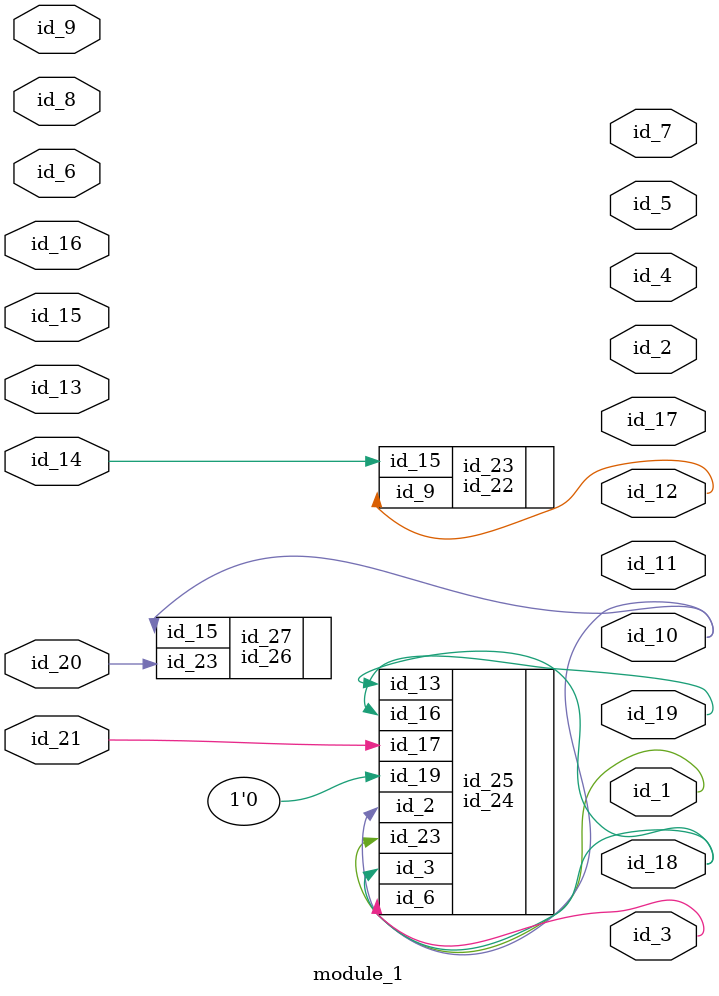
<source format=v>
module module_0 (
    input [id_1 : id_1] id_2,
    output [id_2 : id_1] id_3,
    input id_4,
    output id_5
);
  id_6 id_7 (
      .id_5(id_1 & id_5),
      .id_2(id_3),
      .id_5(id_4),
      .id_5(id_4),
      .id_5(id_1)
  );
endmodule
module module_1 (
    id_1,
    id_2,
    id_3,
    id_4,
    id_5,
    id_6,
    id_7,
    id_8,
    id_9,
    id_10,
    id_11,
    id_12,
    id_13,
    id_14,
    id_15,
    id_16,
    id_17,
    id_18,
    id_19,
    id_20,
    id_21
);
  input id_21;
  input id_20;
  output id_19;
  output id_18;
  output id_17;
  input id_16;
  input id_15;
  input id_14;
  input id_13;
  output id_12;
  output id_11;
  output id_10;
  input id_9;
  input id_8;
  output id_7;
  input id_6;
  output id_5;
  output id_4;
  output id_3;
  output id_2;
  output id_1;
  id_22 id_23 (
      .id_15(id_14),
      .id_9 (id_12)
  );
  id_24 id_25 (
      .id_19(1'b0),
      .id_6 (id_3),
      .id_13(id_18),
      .id_23(id_1),
      .id_3 (id_18),
      .id_16(id_19),
      .id_2 (id_10),
      .id_17(id_21)
  );
  id_26 id_27 (
      .id_15(id_10),
      .id_23(id_20)
  );
endmodule

</source>
